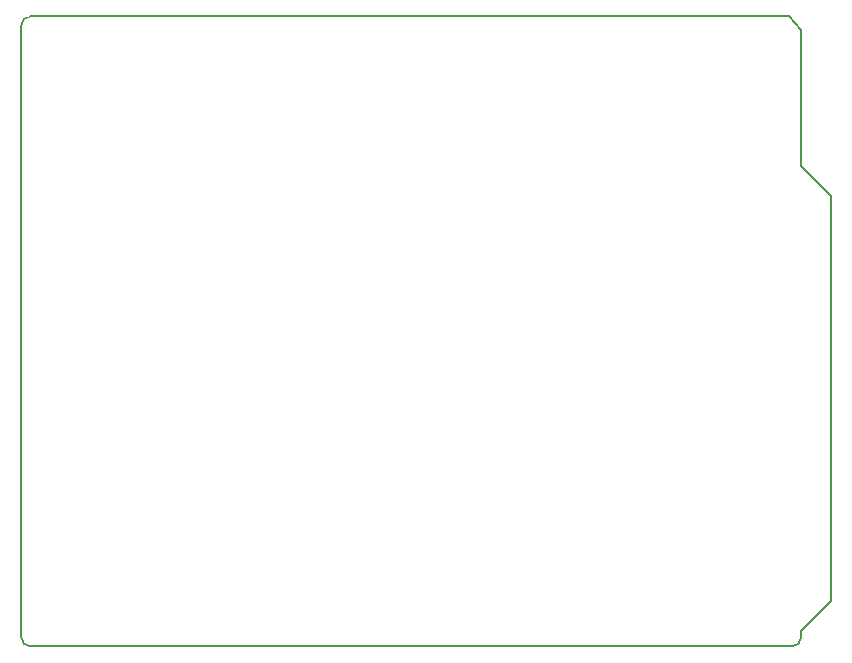
<source format=gm1>
%TF.GenerationSoftware,KiCad,Pcbnew,7.0.1-0*%
%TF.CreationDate,2023-03-23T13:45:05+11:00*%
%TF.ProjectId,ArduinoEnvironmentMonitorShield,41726475-696e-46f4-956e-7669726f6e6d,rev?*%
%TF.SameCoordinates,Original*%
%TF.FileFunction,Profile,NP*%
%FSLAX46Y46*%
G04 Gerber Fmt 4.6, Leading zero omitted, Abs format (unit mm)*
G04 Created by KiCad (PCBNEW 7.0.1-0) date 2023-03-23 13:45:05*
%MOMM*%
%LPD*%
G01*
G04 APERTURE LIST*
%TA.AperFunction,Profile*%
%ADD10C,0.150000*%
%TD*%
G04 APERTURE END LIST*
D10*
X166040000Y-59360000D02*
X168580000Y-61900000D01*
X100000000Y-99238000D02*
X100000000Y-47422000D01*
X168580000Y-61900000D02*
X168580000Y-96190000D01*
X165278000Y-100000000D02*
X100762000Y-100000000D01*
X166040000Y-49200000D02*
X166040000Y-47803000D01*
X100762000Y-46660000D02*
X163500000Y-46660000D01*
X100000000Y-99238000D02*
G75*
G03*
X100762000Y-100000000I762000J0D01*
G01*
X168580000Y-96190000D02*
X166040000Y-98730000D01*
X166040000Y-47803000D02*
X165024000Y-46660000D01*
X165024000Y-46660000D02*
X163500000Y-46660000D01*
X165278000Y-100000000D02*
G75*
G03*
X166040000Y-99238000I0J762000D01*
G01*
X166040000Y-49200000D02*
X166040000Y-59360000D01*
X166040000Y-98730000D02*
X166040000Y-99238000D01*
X100762000Y-46660000D02*
G75*
G03*
X100000000Y-47422000I0J-762000D01*
G01*
M02*

</source>
